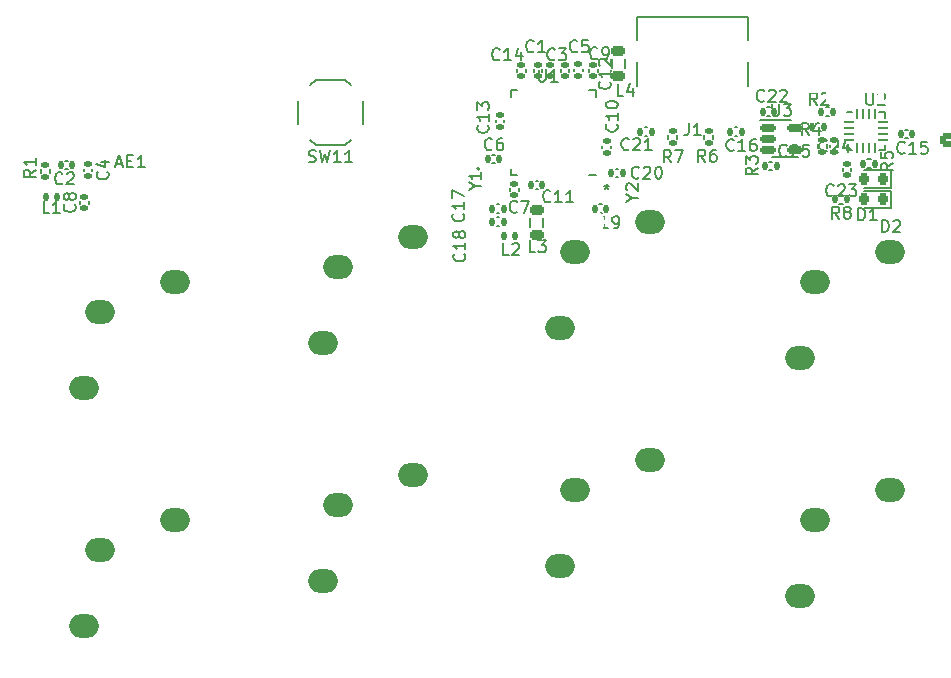
<source format=gto>
G04 #@! TF.GenerationSoftware,KiCad,Pcbnew,6.0.7-1.fc36*
G04 #@! TF.CreationDate,2022-10-12T21:36:36-05:00*
G04 #@! TF.ProjectId,ardux_mini,61726475-785f-46d6-996e-692e6b696361,rev?*
G04 #@! TF.SameCoordinates,Original*
G04 #@! TF.FileFunction,Legend,Top*
G04 #@! TF.FilePolarity,Positive*
%FSLAX46Y46*%
G04 Gerber Fmt 4.6, Leading zero omitted, Abs format (unit mm)*
G04 Created by KiCad (PCBNEW 6.0.7-1.fc36) date 2022-10-12 21:36:36*
%MOMM*%
%LPD*%
G01*
G04 APERTURE LIST*
G04 Aperture macros list*
%AMRoundRect*
0 Rectangle with rounded corners*
0 $1 Rounding radius*
0 $2 $3 $4 $5 $6 $7 $8 $9 X,Y pos of 4 corners*
0 Add a 4 corners polygon primitive as box body*
4,1,4,$2,$3,$4,$5,$6,$7,$8,$9,$2,$3,0*
0 Add four circle primitives for the rounded corners*
1,1,$1+$1,$2,$3*
1,1,$1+$1,$4,$5*
1,1,$1+$1,$6,$7*
1,1,$1+$1,$8,$9*
0 Add four rect primitives between the rounded corners*
20,1,$1+$1,$2,$3,$4,$5,0*
20,1,$1+$1,$4,$5,$6,$7,0*
20,1,$1+$1,$6,$7,$8,$9,0*
20,1,$1+$1,$8,$9,$2,$3,0*%
G04 Aperture macros list end*
%ADD10C,0.152400*%
%ADD11O,2.500000X2.000000*%
%ADD12RoundRect,0.250000X0.625000X-0.350000X0.625000X0.350000X-0.625000X0.350000X-0.625000X-0.350000X0*%
%ADD13O,1.750000X1.200000*%
%ADD14RoundRect,0.135000X0.135000X0.185000X-0.135000X0.185000X-0.135000X-0.185000X0.135000X-0.185000X0*%
%ADD15RoundRect,0.218750X0.218750X0.256250X-0.218750X0.256250X-0.218750X-0.256250X0.218750X-0.256250X0*%
%ADD16C,4.000000*%
%ADD17C,2.100000*%
%ADD18C,1.900000*%
%ADD19RoundRect,0.140000X0.170000X-0.140000X0.170000X0.140000X-0.170000X0.140000X-0.170000X-0.140000X0*%
%ADD20RoundRect,0.140000X-0.140000X-0.170000X0.140000X-0.170000X0.140000X0.170000X-0.140000X0.170000X0*%
%ADD21RoundRect,0.140000X0.140000X0.170000X-0.140000X0.170000X-0.140000X-0.170000X0.140000X-0.170000X0*%
%ADD22RoundRect,0.218750X0.381250X-0.218750X0.381250X0.218750X-0.381250X0.218750X-0.381250X-0.218750X0*%
%ADD23RoundRect,0.062500X-0.375000X-0.062500X0.375000X-0.062500X0.375000X0.062500X-0.375000X0.062500X0*%
%ADD24RoundRect,0.062500X-0.062500X-0.375000X0.062500X-0.375000X0.062500X0.375000X-0.062500X0.375000X0*%
%ADD25R,1.600000X1.600000*%
%ADD26R,1.700000X1.000000*%
%ADD27RoundRect,0.135000X-0.185000X0.135000X-0.185000X-0.135000X0.185000X-0.135000X0.185000X0.135000X0*%
%ADD28C,0.250000*%
%ADD29R,4.850000X4.850000*%
%ADD30R,1.066800X1.397000*%
%ADD31R,0.600000X1.000000*%
%ADD32C,0.700000*%
%ADD33R,1.100000X0.600000*%
%ADD34R,1.000000X0.600000*%
%ADD35O,1.000000X1.600000*%
%ADD36O,1.000000X2.100000*%
%ADD37R,0.600000X1.450000*%
%ADD38R,0.300000X1.450000*%
%ADD39C,0.650000*%
%ADD40RoundRect,0.147500X-0.147500X-0.172500X0.147500X-0.172500X0.147500X0.172500X-0.147500X0.172500X0*%
%ADD41RoundRect,0.140000X-0.170000X0.140000X-0.170000X-0.140000X0.170000X-0.140000X0.170000X0.140000X0*%
%ADD42RoundRect,0.135000X0.185000X-0.135000X0.185000X0.135000X-0.185000X0.135000X-0.185000X-0.135000X0*%
%ADD43RoundRect,0.150000X-0.512500X-0.150000X0.512500X-0.150000X0.512500X0.150000X-0.512500X0.150000X0*%
%ADD44R,0.700000X0.750000*%
%ADD45C,0.500000*%
G04 APERTURE END LIST*
D10*
X86004666Y-28554619D02*
X85666000Y-28070809D01*
X85424095Y-28554619D02*
X85424095Y-27538619D01*
X85811142Y-27538619D01*
X85907904Y-27587000D01*
X85956285Y-27635380D01*
X86004666Y-27732142D01*
X86004666Y-27877285D01*
X85956285Y-27974047D01*
X85907904Y-28022428D01*
X85811142Y-28070809D01*
X85424095Y-28070809D01*
X86585238Y-27974047D02*
X86488476Y-27925666D01*
X86440095Y-27877285D01*
X86391714Y-27780523D01*
X86391714Y-27732142D01*
X86440095Y-27635380D01*
X86488476Y-27587000D01*
X86585238Y-27538619D01*
X86778761Y-27538619D01*
X86875523Y-27587000D01*
X86923904Y-27635380D01*
X86972285Y-27732142D01*
X86972285Y-27780523D01*
X86923904Y-27877285D01*
X86875523Y-27925666D01*
X86778761Y-27974047D01*
X86585238Y-27974047D01*
X86488476Y-28022428D01*
X86440095Y-28070809D01*
X86391714Y-28167571D01*
X86391714Y-28361095D01*
X86440095Y-28457857D01*
X86488476Y-28506238D01*
X86585238Y-28554619D01*
X86778761Y-28554619D01*
X86875523Y-28506238D01*
X86923904Y-28457857D01*
X86972285Y-28361095D01*
X86972285Y-28167571D01*
X86923904Y-28070809D01*
X86875523Y-28022428D01*
X86778761Y-27974047D01*
X89624095Y-29684619D02*
X89624095Y-28668619D01*
X89866000Y-28668619D01*
X90011142Y-28717000D01*
X90107904Y-28813761D01*
X90156285Y-28910523D01*
X90204666Y-29104047D01*
X90204666Y-29249190D01*
X90156285Y-29442714D01*
X90107904Y-29539476D01*
X90011142Y-29636238D01*
X89866000Y-29684619D01*
X89624095Y-29684619D01*
X90591714Y-28765380D02*
X90640095Y-28717000D01*
X90736857Y-28668619D01*
X90978761Y-28668619D01*
X91075523Y-28717000D01*
X91123904Y-28765380D01*
X91172285Y-28862142D01*
X91172285Y-28958904D01*
X91123904Y-29104047D01*
X90543333Y-29684619D01*
X91172285Y-29684619D01*
X84151666Y-18926619D02*
X83813000Y-18442809D01*
X83571095Y-18926619D02*
X83571095Y-17910619D01*
X83958142Y-17910619D01*
X84054904Y-17959000D01*
X84103285Y-18007380D01*
X84151666Y-18104142D01*
X84151666Y-18249285D01*
X84103285Y-18346047D01*
X84054904Y-18394428D01*
X83958142Y-18442809D01*
X83571095Y-18442809D01*
X84538714Y-18007380D02*
X84587095Y-17959000D01*
X84683857Y-17910619D01*
X84925761Y-17910619D01*
X85022523Y-17959000D01*
X85070904Y-18007380D01*
X85119285Y-18104142D01*
X85119285Y-18200904D01*
X85070904Y-18346047D01*
X84490333Y-18926619D01*
X85119285Y-18926619D01*
X57246857Y-15062857D02*
X57198476Y-15111238D01*
X57053333Y-15159619D01*
X56956571Y-15159619D01*
X56811428Y-15111238D01*
X56714666Y-15014476D01*
X56666285Y-14917714D01*
X56617904Y-14724190D01*
X56617904Y-14579047D01*
X56666285Y-14385523D01*
X56714666Y-14288761D01*
X56811428Y-14192000D01*
X56956571Y-14143619D01*
X57053333Y-14143619D01*
X57198476Y-14192000D01*
X57246857Y-14240380D01*
X58214476Y-15159619D02*
X57633904Y-15159619D01*
X57924190Y-15159619D02*
X57924190Y-14143619D01*
X57827428Y-14288761D01*
X57730666Y-14385523D01*
X57633904Y-14433904D01*
X59085333Y-14482285D02*
X59085333Y-15159619D01*
X58843428Y-14095238D02*
X58601523Y-14820952D01*
X59230476Y-14820952D01*
X69046857Y-25062857D02*
X68998476Y-25111238D01*
X68853333Y-25159619D01*
X68756571Y-25159619D01*
X68611428Y-25111238D01*
X68514666Y-25014476D01*
X68466285Y-24917714D01*
X68417904Y-24724190D01*
X68417904Y-24579047D01*
X68466285Y-24385523D01*
X68514666Y-24288761D01*
X68611428Y-24192000D01*
X68756571Y-24143619D01*
X68853333Y-24143619D01*
X68998476Y-24192000D01*
X69046857Y-24240380D01*
X69433904Y-24240380D02*
X69482285Y-24192000D01*
X69579047Y-24143619D01*
X69820952Y-24143619D01*
X69917714Y-24192000D01*
X69966095Y-24240380D01*
X70014476Y-24337142D01*
X70014476Y-24433904D01*
X69966095Y-24579047D01*
X69385523Y-25159619D01*
X70014476Y-25159619D01*
X70643428Y-24143619D02*
X70740190Y-24143619D01*
X70836952Y-24192000D01*
X70885333Y-24240380D01*
X70933714Y-24337142D01*
X70982095Y-24530666D01*
X70982095Y-24772571D01*
X70933714Y-24966095D01*
X70885333Y-25062857D01*
X70836952Y-25111238D01*
X70740190Y-25159619D01*
X70643428Y-25159619D01*
X70546666Y-25111238D01*
X70498285Y-25062857D01*
X70449904Y-24966095D01*
X70401523Y-24772571D01*
X70401523Y-24530666D01*
X70449904Y-24337142D01*
X70498285Y-24240380D01*
X70546666Y-24192000D01*
X70643428Y-24143619D01*
X79646857Y-18562857D02*
X79598476Y-18611238D01*
X79453333Y-18659619D01*
X79356571Y-18659619D01*
X79211428Y-18611238D01*
X79114666Y-18514476D01*
X79066285Y-18417714D01*
X79017904Y-18224190D01*
X79017904Y-18079047D01*
X79066285Y-17885523D01*
X79114666Y-17788761D01*
X79211428Y-17692000D01*
X79356571Y-17643619D01*
X79453333Y-17643619D01*
X79598476Y-17692000D01*
X79646857Y-17740380D01*
X80033904Y-17740380D02*
X80082285Y-17692000D01*
X80179047Y-17643619D01*
X80420952Y-17643619D01*
X80517714Y-17692000D01*
X80566095Y-17740380D01*
X80614476Y-17837142D01*
X80614476Y-17933904D01*
X80566095Y-18079047D01*
X79985523Y-18659619D01*
X80614476Y-18659619D01*
X81001523Y-17740380D02*
X81049904Y-17692000D01*
X81146666Y-17643619D01*
X81388571Y-17643619D01*
X81485333Y-17692000D01*
X81533714Y-17740380D01*
X81582095Y-17837142D01*
X81582095Y-17933904D01*
X81533714Y-18079047D01*
X80953142Y-18659619D01*
X81582095Y-18659619D01*
X67730666Y-18159619D02*
X67246857Y-18159619D01*
X67246857Y-17143619D01*
X68504761Y-17482285D02*
X68504761Y-18159619D01*
X68262857Y-17095238D02*
X68020952Y-17820952D01*
X68649904Y-17820952D01*
X88299904Y-17918619D02*
X88299904Y-18741095D01*
X88348285Y-18837857D01*
X88396666Y-18886238D01*
X88493428Y-18934619D01*
X88686952Y-18934619D01*
X88783714Y-18886238D01*
X88832095Y-18837857D01*
X88880476Y-18741095D01*
X88880476Y-17918619D01*
X89315904Y-18015380D02*
X89364285Y-17967000D01*
X89461047Y-17918619D01*
X89702952Y-17918619D01*
X89799714Y-17967000D01*
X89848095Y-18015380D01*
X89896476Y-18112142D01*
X89896476Y-18208904D01*
X89848095Y-18354047D01*
X89267523Y-18934619D01*
X89896476Y-18934619D01*
X90541619Y-23841333D02*
X90057809Y-24180000D01*
X90541619Y-24421904D02*
X89525619Y-24421904D01*
X89525619Y-24034857D01*
X89574000Y-23938095D01*
X89622380Y-23889714D01*
X89719142Y-23841333D01*
X89864285Y-23841333D01*
X89961047Y-23889714D01*
X90009428Y-23938095D01*
X90057809Y-24034857D01*
X90057809Y-24421904D01*
X89525619Y-22922095D02*
X89525619Y-23405904D01*
X90009428Y-23454285D01*
X89961047Y-23405904D01*
X89912666Y-23309142D01*
X89912666Y-23067238D01*
X89961047Y-22970476D01*
X90009428Y-22922095D01*
X90106190Y-22873714D01*
X90348095Y-22873714D01*
X90444857Y-22922095D01*
X90493238Y-22970476D01*
X90541619Y-23067238D01*
X90541619Y-23309142D01*
X90493238Y-23405904D01*
X90444857Y-23454285D01*
X41087523Y-23719238D02*
X41232666Y-23767619D01*
X41474571Y-23767619D01*
X41571333Y-23719238D01*
X41619714Y-23670857D01*
X41668095Y-23574095D01*
X41668095Y-23477333D01*
X41619714Y-23380571D01*
X41571333Y-23332190D01*
X41474571Y-23283809D01*
X41281047Y-23235428D01*
X41184285Y-23187047D01*
X41135904Y-23138666D01*
X41087523Y-23041904D01*
X41087523Y-22945142D01*
X41135904Y-22848380D01*
X41184285Y-22800000D01*
X41281047Y-22751619D01*
X41522952Y-22751619D01*
X41668095Y-22800000D01*
X42006761Y-22751619D02*
X42248666Y-23767619D01*
X42442190Y-23041904D01*
X42635714Y-23767619D01*
X42877619Y-22751619D01*
X43796857Y-23767619D02*
X43216285Y-23767619D01*
X43506571Y-23767619D02*
X43506571Y-22751619D01*
X43409809Y-22896761D01*
X43313047Y-22993523D01*
X43216285Y-23041904D01*
X44764476Y-23767619D02*
X44183904Y-23767619D01*
X44474190Y-23767619D02*
X44474190Y-22751619D01*
X44377428Y-22896761D01*
X44280666Y-22993523D01*
X44183904Y-23041904D01*
X17959619Y-24419333D02*
X17475809Y-24758000D01*
X17959619Y-24999904D02*
X16943619Y-24999904D01*
X16943619Y-24612857D01*
X16992000Y-24516095D01*
X17040380Y-24467714D01*
X17137142Y-24419333D01*
X17282285Y-24419333D01*
X17379047Y-24467714D01*
X17427428Y-24516095D01*
X17475809Y-24612857D01*
X17475809Y-24999904D01*
X17959619Y-23451714D02*
X17959619Y-24032285D01*
X17959619Y-23742000D02*
X16943619Y-23742000D01*
X17088761Y-23838761D01*
X17185523Y-23935523D01*
X17233904Y-24032285D01*
X63830666Y-14362857D02*
X63782285Y-14411238D01*
X63637142Y-14459619D01*
X63540380Y-14459619D01*
X63395238Y-14411238D01*
X63298476Y-14314476D01*
X63250095Y-14217714D01*
X63201714Y-14024190D01*
X63201714Y-13879047D01*
X63250095Y-13685523D01*
X63298476Y-13588761D01*
X63395238Y-13492000D01*
X63540380Y-13443619D01*
X63637142Y-13443619D01*
X63782285Y-13492000D01*
X63830666Y-13540380D01*
X64749904Y-13443619D02*
X64266095Y-13443619D01*
X64217714Y-13927428D01*
X64266095Y-13879047D01*
X64362857Y-13830666D01*
X64604761Y-13830666D01*
X64701523Y-13879047D01*
X64749904Y-13927428D01*
X64798285Y-14024190D01*
X64798285Y-14266095D01*
X64749904Y-14362857D01*
X64701523Y-14411238D01*
X64604761Y-14459619D01*
X64362857Y-14459619D01*
X64266095Y-14411238D01*
X64217714Y-14362857D01*
X79085619Y-24233333D02*
X78601809Y-24572000D01*
X79085619Y-24813904D02*
X78069619Y-24813904D01*
X78069619Y-24426857D01*
X78118000Y-24330095D01*
X78166380Y-24281714D01*
X78263142Y-24233333D01*
X78408285Y-24233333D01*
X78505047Y-24281714D01*
X78553428Y-24330095D01*
X78601809Y-24426857D01*
X78601809Y-24813904D01*
X78069619Y-23894666D02*
X78069619Y-23265714D01*
X78456666Y-23604380D01*
X78456666Y-23459238D01*
X78505047Y-23362476D01*
X78553428Y-23314095D01*
X78650190Y-23265714D01*
X78892095Y-23265714D01*
X78988857Y-23314095D01*
X79037238Y-23362476D01*
X79085619Y-23459238D01*
X79085619Y-23749523D01*
X79037238Y-23846285D01*
X78988857Y-23894666D01*
X60130666Y-14362857D02*
X60082285Y-14411238D01*
X59937142Y-14459619D01*
X59840380Y-14459619D01*
X59695238Y-14411238D01*
X59598476Y-14314476D01*
X59550095Y-14217714D01*
X59501714Y-14024190D01*
X59501714Y-13879047D01*
X59550095Y-13685523D01*
X59598476Y-13588761D01*
X59695238Y-13492000D01*
X59840380Y-13443619D01*
X59937142Y-13443619D01*
X60082285Y-13492000D01*
X60130666Y-13540380D01*
X61098285Y-14459619D02*
X60517714Y-14459619D01*
X60808000Y-14459619D02*
X60808000Y-13443619D01*
X60711238Y-13588761D01*
X60614476Y-13685523D01*
X60517714Y-13733904D01*
X60280666Y-31409619D02*
X59796857Y-31409619D01*
X59796857Y-30393619D01*
X60522571Y-30393619D02*
X61151523Y-30393619D01*
X60812857Y-30780666D01*
X60958000Y-30780666D01*
X61054761Y-30829047D01*
X61103142Y-30877428D01*
X61151523Y-30974190D01*
X61151523Y-31216095D01*
X61103142Y-31312857D01*
X61054761Y-31361238D01*
X60958000Y-31409619D01*
X60667714Y-31409619D01*
X60570952Y-31361238D01*
X60522571Y-31312857D01*
X60558904Y-15935619D02*
X60558904Y-16758095D01*
X60607285Y-16854857D01*
X60655666Y-16903238D01*
X60752428Y-16951619D01*
X60945952Y-16951619D01*
X61042714Y-16903238D01*
X61091095Y-16854857D01*
X61139476Y-16758095D01*
X61139476Y-15935619D01*
X62155476Y-16951619D02*
X61574904Y-16951619D01*
X61865190Y-16951619D02*
X61865190Y-15935619D01*
X61768428Y-16080761D01*
X61671666Y-16177523D01*
X61574904Y-16225904D01*
X20230666Y-25562857D02*
X20182285Y-25611238D01*
X20037142Y-25659619D01*
X19940380Y-25659619D01*
X19795238Y-25611238D01*
X19698476Y-25514476D01*
X19650095Y-25417714D01*
X19601714Y-25224190D01*
X19601714Y-25079047D01*
X19650095Y-24885523D01*
X19698476Y-24788761D01*
X19795238Y-24692000D01*
X19940380Y-24643619D01*
X20037142Y-24643619D01*
X20182285Y-24692000D01*
X20230666Y-24740380D01*
X20617714Y-24740380D02*
X20666095Y-24692000D01*
X20762857Y-24643619D01*
X21004761Y-24643619D01*
X21101523Y-24692000D01*
X21149904Y-24740380D01*
X21198285Y-24837142D01*
X21198285Y-24933904D01*
X21149904Y-25079047D01*
X20569333Y-25659619D01*
X21198285Y-25659619D01*
X87624095Y-28684619D02*
X87624095Y-27668619D01*
X87866000Y-27668619D01*
X88011142Y-27717000D01*
X88107904Y-27813761D01*
X88156285Y-27910523D01*
X88204666Y-28104047D01*
X88204666Y-28249190D01*
X88156285Y-28442714D01*
X88107904Y-28539476D01*
X88011142Y-28636238D01*
X87866000Y-28684619D01*
X87624095Y-28684619D01*
X89172285Y-28684619D02*
X88591714Y-28684619D01*
X88882000Y-28684619D02*
X88882000Y-27668619D01*
X88785238Y-27813761D01*
X88688476Y-27910523D01*
X88591714Y-27958904D01*
X54162857Y-28153142D02*
X54211238Y-28201523D01*
X54259619Y-28346666D01*
X54259619Y-28443428D01*
X54211238Y-28588571D01*
X54114476Y-28685333D01*
X54017714Y-28733714D01*
X53824190Y-28782095D01*
X53679047Y-28782095D01*
X53485523Y-28733714D01*
X53388761Y-28685333D01*
X53292000Y-28588571D01*
X53243619Y-28443428D01*
X53243619Y-28346666D01*
X53292000Y-28201523D01*
X53340380Y-28153142D01*
X54259619Y-27185523D02*
X54259619Y-27766095D01*
X54259619Y-27475809D02*
X53243619Y-27475809D01*
X53388761Y-27572571D01*
X53485523Y-27669333D01*
X53533904Y-27766095D01*
X53243619Y-26846857D02*
X53243619Y-26169523D01*
X54259619Y-26604952D01*
X91546857Y-22962857D02*
X91498476Y-23011238D01*
X91353333Y-23059619D01*
X91256571Y-23059619D01*
X91111428Y-23011238D01*
X91014666Y-22914476D01*
X90966285Y-22817714D01*
X90917904Y-22624190D01*
X90917904Y-22479047D01*
X90966285Y-22285523D01*
X91014666Y-22188761D01*
X91111428Y-22092000D01*
X91256571Y-22043619D01*
X91353333Y-22043619D01*
X91498476Y-22092000D01*
X91546857Y-22140380D01*
X92514476Y-23059619D02*
X91933904Y-23059619D01*
X92224190Y-23059619D02*
X92224190Y-22043619D01*
X92127428Y-22188761D01*
X92030666Y-22285523D01*
X91933904Y-22333904D01*
X93433714Y-22043619D02*
X92949904Y-22043619D01*
X92901523Y-22527428D01*
X92949904Y-22479047D01*
X93046666Y-22430666D01*
X93288571Y-22430666D01*
X93385333Y-22479047D01*
X93433714Y-22527428D01*
X93482095Y-22624190D01*
X93482095Y-22866095D01*
X93433714Y-22962857D01*
X93385333Y-23011238D01*
X93288571Y-23059619D01*
X93046666Y-23059619D01*
X92949904Y-23011238D01*
X92901523Y-22962857D01*
X65530666Y-14962857D02*
X65482285Y-15011238D01*
X65337142Y-15059619D01*
X65240380Y-15059619D01*
X65095238Y-15011238D01*
X64998476Y-14914476D01*
X64950095Y-14817714D01*
X64901714Y-14624190D01*
X64901714Y-14479047D01*
X64950095Y-14285523D01*
X64998476Y-14188761D01*
X65095238Y-14092000D01*
X65240380Y-14043619D01*
X65337142Y-14043619D01*
X65482285Y-14092000D01*
X65530666Y-14140380D01*
X66014476Y-15059619D02*
X66208000Y-15059619D01*
X66304761Y-15011238D01*
X66353142Y-14962857D01*
X66449904Y-14817714D01*
X66498285Y-14624190D01*
X66498285Y-14237142D01*
X66449904Y-14140380D01*
X66401523Y-14092000D01*
X66304761Y-14043619D01*
X66111238Y-14043619D01*
X66014476Y-14092000D01*
X65966095Y-14140380D01*
X65917714Y-14237142D01*
X65917714Y-14479047D01*
X65966095Y-14575809D01*
X66014476Y-14624190D01*
X66111238Y-14672571D01*
X66304761Y-14672571D01*
X66401523Y-14624190D01*
X66449904Y-14575809D01*
X66498285Y-14479047D01*
X71751666Y-23799668D02*
X71413000Y-23315858D01*
X71171095Y-23799668D02*
X71171095Y-22783668D01*
X71558142Y-22783668D01*
X71654904Y-22832049D01*
X71703285Y-22880429D01*
X71751666Y-22977191D01*
X71751666Y-23122334D01*
X71703285Y-23219096D01*
X71654904Y-23267477D01*
X71558142Y-23315858D01*
X71171095Y-23315858D01*
X72090333Y-22783668D02*
X72767666Y-22783668D01*
X72332238Y-23799668D01*
X68486009Y-26783809D02*
X68969819Y-26783809D01*
X67953819Y-27122476D02*
X68486009Y-26783809D01*
X67953819Y-26445142D01*
X68050580Y-26154857D02*
X68002200Y-26106476D01*
X67953819Y-26009714D01*
X67953819Y-25767809D01*
X68002200Y-25671047D01*
X68050580Y-25622666D01*
X68147342Y-25574285D01*
X68244104Y-25574285D01*
X68389247Y-25622666D01*
X68969819Y-26203238D01*
X68969819Y-25574285D01*
X66300000Y-25643619D02*
X66300000Y-25885523D01*
X66058095Y-25788761D02*
X66300000Y-25885523D01*
X66541904Y-25788761D01*
X66154857Y-26079047D02*
X66300000Y-25885523D01*
X66445142Y-26079047D01*
X77084610Y-22737857D02*
X77036229Y-22786238D01*
X76891086Y-22834619D01*
X76794324Y-22834619D01*
X76649181Y-22786238D01*
X76552419Y-22689476D01*
X76504038Y-22592714D01*
X76455657Y-22399190D01*
X76455657Y-22254047D01*
X76504038Y-22060523D01*
X76552419Y-21963761D01*
X76649181Y-21867000D01*
X76794324Y-21818619D01*
X76891086Y-21818619D01*
X77036229Y-21867000D01*
X77084610Y-21915380D01*
X78052229Y-22834619D02*
X77471657Y-22834619D01*
X77761943Y-22834619D02*
X77761943Y-21818619D01*
X77665181Y-21963761D01*
X77568419Y-22060523D01*
X77471657Y-22108904D01*
X78923086Y-21818619D02*
X78729562Y-21818619D01*
X78632800Y-21867000D01*
X78584419Y-21915380D01*
X78487657Y-22060523D01*
X78439276Y-22254047D01*
X78439276Y-22641095D01*
X78487657Y-22737857D01*
X78536038Y-22786238D01*
X78632800Y-22834619D01*
X78826324Y-22834619D01*
X78923086Y-22786238D01*
X78971467Y-22737857D01*
X79019848Y-22641095D01*
X79019848Y-22399190D01*
X78971467Y-22302428D01*
X78923086Y-22254047D01*
X78826324Y-22205666D01*
X78632800Y-22205666D01*
X78536038Y-22254047D01*
X78487657Y-22302428D01*
X78439276Y-22399190D01*
X58730666Y-27962857D02*
X58682285Y-28011238D01*
X58537142Y-28059619D01*
X58440380Y-28059619D01*
X58295238Y-28011238D01*
X58198476Y-27914476D01*
X58150095Y-27817714D01*
X58101714Y-27624190D01*
X58101714Y-27479047D01*
X58150095Y-27285523D01*
X58198476Y-27188761D01*
X58295238Y-27092000D01*
X58440380Y-27043619D01*
X58537142Y-27043619D01*
X58682285Y-27092000D01*
X58730666Y-27140380D01*
X59069333Y-27043619D02*
X59746666Y-27043619D01*
X59311238Y-28059619D01*
X73263625Y-20480489D02*
X73263625Y-21206203D01*
X73215244Y-21351346D01*
X73118482Y-21448108D01*
X72973339Y-21496489D01*
X72876577Y-21496489D01*
X74279625Y-21496489D02*
X73699053Y-21496489D01*
X73989339Y-21496489D02*
X73989339Y-20480489D01*
X73892577Y-20625631D01*
X73795815Y-20722393D01*
X73699053Y-20770774D01*
X61930666Y-15062857D02*
X61882285Y-15111238D01*
X61737142Y-15159619D01*
X61640380Y-15159619D01*
X61495238Y-15111238D01*
X61398476Y-15014476D01*
X61350095Y-14917714D01*
X61301714Y-14724190D01*
X61301714Y-14579047D01*
X61350095Y-14385523D01*
X61398476Y-14288761D01*
X61495238Y-14192000D01*
X61640380Y-14143619D01*
X61737142Y-14143619D01*
X61882285Y-14192000D01*
X61930666Y-14240380D01*
X62269333Y-14143619D02*
X62898285Y-14143619D01*
X62559619Y-14530666D01*
X62704761Y-14530666D01*
X62801523Y-14579047D01*
X62849904Y-14627428D01*
X62898285Y-14724190D01*
X62898285Y-14966095D01*
X62849904Y-15062857D01*
X62801523Y-15111238D01*
X62704761Y-15159619D01*
X62414476Y-15159619D01*
X62317714Y-15111238D01*
X62269333Y-15062857D01*
X56602666Y-22662857D02*
X56554285Y-22711238D01*
X56409142Y-22759619D01*
X56312380Y-22759619D01*
X56167238Y-22711238D01*
X56070476Y-22614476D01*
X56022095Y-22517714D01*
X55973714Y-22324190D01*
X55973714Y-22179047D01*
X56022095Y-21985523D01*
X56070476Y-21888761D01*
X56167238Y-21792000D01*
X56312380Y-21743619D01*
X56409142Y-21743619D01*
X56554285Y-21792000D01*
X56602666Y-21840380D01*
X57473523Y-21743619D02*
X57280000Y-21743619D01*
X57183238Y-21792000D01*
X57134857Y-21840380D01*
X57038095Y-21985523D01*
X56989714Y-22179047D01*
X56989714Y-22566095D01*
X57038095Y-22662857D01*
X57086476Y-22711238D01*
X57183238Y-22759619D01*
X57376761Y-22759619D01*
X57473523Y-22711238D01*
X57521904Y-22662857D01*
X57570285Y-22566095D01*
X57570285Y-22324190D01*
X57521904Y-22227428D01*
X57473523Y-22179047D01*
X57376761Y-22130666D01*
X57183238Y-22130666D01*
X57086476Y-22179047D01*
X57038095Y-22227428D01*
X56989714Y-22324190D01*
X61546857Y-27062857D02*
X61498476Y-27111238D01*
X61353333Y-27159619D01*
X61256571Y-27159619D01*
X61111428Y-27111238D01*
X61014666Y-27014476D01*
X60966285Y-26917714D01*
X60917904Y-26724190D01*
X60917904Y-26579047D01*
X60966285Y-26385523D01*
X61014666Y-26288761D01*
X61111428Y-26192000D01*
X61256571Y-26143619D01*
X61353333Y-26143619D01*
X61498476Y-26192000D01*
X61546857Y-26240380D01*
X62514476Y-27159619D02*
X61933904Y-27159619D01*
X62224190Y-27159619D02*
X62224190Y-26143619D01*
X62127428Y-26288761D01*
X62030666Y-26385523D01*
X61933904Y-26433904D01*
X63482095Y-27159619D02*
X62901523Y-27159619D01*
X63191809Y-27159619D02*
X63191809Y-26143619D01*
X63095047Y-26288761D01*
X62998285Y-26385523D01*
X62901523Y-26433904D01*
X81546857Y-23207857D02*
X81498476Y-23256238D01*
X81353333Y-23304619D01*
X81256571Y-23304619D01*
X81111428Y-23256238D01*
X81014666Y-23159476D01*
X80966285Y-23062714D01*
X80917904Y-22869190D01*
X80917904Y-22724047D01*
X80966285Y-22530523D01*
X81014666Y-22433761D01*
X81111428Y-22337000D01*
X81256571Y-22288619D01*
X81353333Y-22288619D01*
X81498476Y-22337000D01*
X81546857Y-22385380D01*
X81933904Y-22385380D02*
X81982285Y-22337000D01*
X82079047Y-22288619D01*
X82320952Y-22288619D01*
X82417714Y-22337000D01*
X82466095Y-22385380D01*
X82514476Y-22482142D01*
X82514476Y-22578904D01*
X82466095Y-22724047D01*
X81885523Y-23304619D01*
X82514476Y-23304619D01*
X83433714Y-22288619D02*
X82949904Y-22288619D01*
X82901523Y-22772428D01*
X82949904Y-22724047D01*
X83046666Y-22675666D01*
X83288571Y-22675666D01*
X83385333Y-22724047D01*
X83433714Y-22772428D01*
X83482095Y-22869190D01*
X83482095Y-23111095D01*
X83433714Y-23207857D01*
X83385333Y-23256238D01*
X83288571Y-23304619D01*
X83046666Y-23304619D01*
X82949904Y-23256238D01*
X82901523Y-23207857D01*
X66562857Y-16953142D02*
X66611238Y-17001523D01*
X66659619Y-17146666D01*
X66659619Y-17243428D01*
X66611238Y-17388571D01*
X66514476Y-17485333D01*
X66417714Y-17533714D01*
X66224190Y-17582095D01*
X66079047Y-17582095D01*
X65885523Y-17533714D01*
X65788761Y-17485333D01*
X65692000Y-17388571D01*
X65643619Y-17243428D01*
X65643619Y-17146666D01*
X65692000Y-17001523D01*
X65740380Y-16953142D01*
X66659619Y-15985523D02*
X66659619Y-16566095D01*
X66659619Y-16275809D02*
X65643619Y-16275809D01*
X65788761Y-16372571D01*
X65885523Y-16469333D01*
X65933904Y-16566095D01*
X65740380Y-15598476D02*
X65692000Y-15550095D01*
X65643619Y-15453333D01*
X65643619Y-15211428D01*
X65692000Y-15114666D01*
X65740380Y-15066285D01*
X65837142Y-15017904D01*
X65933904Y-15017904D01*
X66079047Y-15066285D01*
X66659619Y-15646857D01*
X66659619Y-15017904D01*
X58030666Y-31659619D02*
X57546857Y-31659619D01*
X57546857Y-30643619D01*
X58320952Y-30740380D02*
X58369333Y-30692000D01*
X58466095Y-30643619D01*
X58708000Y-30643619D01*
X58804761Y-30692000D01*
X58853142Y-30740380D01*
X58901523Y-30837142D01*
X58901523Y-30933904D01*
X58853142Y-31079047D01*
X58272571Y-31659619D01*
X58901523Y-31659619D01*
X21262857Y-27349333D02*
X21311238Y-27397714D01*
X21359619Y-27542857D01*
X21359619Y-27639619D01*
X21311238Y-27784761D01*
X21214476Y-27881523D01*
X21117714Y-27929904D01*
X20924190Y-27978285D01*
X20779047Y-27978285D01*
X20585523Y-27929904D01*
X20488761Y-27881523D01*
X20392000Y-27784761D01*
X20343619Y-27639619D01*
X20343619Y-27542857D01*
X20392000Y-27397714D01*
X20440380Y-27349333D01*
X20779047Y-26768761D02*
X20730666Y-26865523D01*
X20682285Y-26913904D01*
X20585523Y-26962285D01*
X20537142Y-26962285D01*
X20440380Y-26913904D01*
X20392000Y-26865523D01*
X20343619Y-26768761D01*
X20343619Y-26575238D01*
X20392000Y-26478476D01*
X20440380Y-26430095D01*
X20537142Y-26381714D01*
X20585523Y-26381714D01*
X20682285Y-26430095D01*
X20730666Y-26478476D01*
X20779047Y-26575238D01*
X20779047Y-26768761D01*
X20827428Y-26865523D01*
X20875809Y-26913904D01*
X20972571Y-26962285D01*
X21166095Y-26962285D01*
X21262857Y-26913904D01*
X21311238Y-26865523D01*
X21359619Y-26768761D01*
X21359619Y-26575238D01*
X21311238Y-26478476D01*
X21262857Y-26430095D01*
X21166095Y-26381714D01*
X20972571Y-26381714D01*
X20875809Y-26430095D01*
X20827428Y-26478476D01*
X20779047Y-26575238D01*
X65446857Y-29262857D02*
X65398476Y-29311238D01*
X65253333Y-29359619D01*
X65156571Y-29359619D01*
X65011428Y-29311238D01*
X64914666Y-29214476D01*
X64866285Y-29117714D01*
X64817904Y-28924190D01*
X64817904Y-28779047D01*
X64866285Y-28585523D01*
X64914666Y-28488761D01*
X65011428Y-28392000D01*
X65156571Y-28343619D01*
X65253333Y-28343619D01*
X65398476Y-28392000D01*
X65446857Y-28440380D01*
X66414476Y-29359619D02*
X65833904Y-29359619D01*
X66124190Y-29359619D02*
X66124190Y-28343619D01*
X66027428Y-28488761D01*
X65930666Y-28585523D01*
X65833904Y-28633904D01*
X66898285Y-29359619D02*
X67091809Y-29359619D01*
X67188571Y-29311238D01*
X67236952Y-29262857D01*
X67333714Y-29117714D01*
X67382095Y-28924190D01*
X67382095Y-28537142D01*
X67333714Y-28440380D01*
X67285333Y-28392000D01*
X67188571Y-28343619D01*
X66995047Y-28343619D01*
X66898285Y-28392000D01*
X66849904Y-28440380D01*
X66801523Y-28537142D01*
X66801523Y-28779047D01*
X66849904Y-28875809D01*
X66898285Y-28924190D01*
X66995047Y-28972571D01*
X67188571Y-28972571D01*
X67285333Y-28924190D01*
X67333714Y-28875809D01*
X67382095Y-28779047D01*
X24044839Y-24592249D02*
X24093220Y-24640630D01*
X24141601Y-24785773D01*
X24141601Y-24882535D01*
X24093220Y-25027677D01*
X23996458Y-25124439D01*
X23899696Y-25172820D01*
X23706172Y-25221201D01*
X23561029Y-25221201D01*
X23367505Y-25172820D01*
X23270743Y-25124439D01*
X23173982Y-25027677D01*
X23125601Y-24882535D01*
X23125601Y-24785773D01*
X23173982Y-24640630D01*
X23222362Y-24592249D01*
X23464267Y-23721392D02*
X24141601Y-23721392D01*
X23077220Y-23963296D02*
X23802934Y-24205201D01*
X23802934Y-23576249D01*
X85530857Y-26582857D02*
X85482476Y-26631238D01*
X85337333Y-26679619D01*
X85240571Y-26679619D01*
X85095428Y-26631238D01*
X84998666Y-26534476D01*
X84950285Y-26437714D01*
X84901904Y-26244190D01*
X84901904Y-26099047D01*
X84950285Y-25905523D01*
X84998666Y-25808761D01*
X85095428Y-25712000D01*
X85240571Y-25663619D01*
X85337333Y-25663619D01*
X85482476Y-25712000D01*
X85530857Y-25760380D01*
X85917904Y-25760380D02*
X85966285Y-25712000D01*
X86063047Y-25663619D01*
X86304952Y-25663619D01*
X86401714Y-25712000D01*
X86450095Y-25760380D01*
X86498476Y-25857142D01*
X86498476Y-25953904D01*
X86450095Y-26099047D01*
X85869523Y-26679619D01*
X86498476Y-26679619D01*
X86837142Y-25663619D02*
X87466095Y-25663619D01*
X87127428Y-26050666D01*
X87272571Y-26050666D01*
X87369333Y-26099047D01*
X87417714Y-26147428D01*
X87466095Y-26244190D01*
X87466095Y-26486095D01*
X87417714Y-26582857D01*
X87369333Y-26631238D01*
X87272571Y-26679619D01*
X86982285Y-26679619D01*
X86885523Y-26631238D01*
X86837142Y-26582857D01*
X68197610Y-22662857D02*
X68149229Y-22711238D01*
X68004086Y-22759619D01*
X67907324Y-22759619D01*
X67762181Y-22711238D01*
X67665419Y-22614476D01*
X67617038Y-22517714D01*
X67568657Y-22324190D01*
X67568657Y-22179047D01*
X67617038Y-21985523D01*
X67665419Y-21888761D01*
X67762181Y-21792000D01*
X67907324Y-21743619D01*
X68004086Y-21743619D01*
X68149229Y-21792000D01*
X68197610Y-21840380D01*
X68584657Y-21840380D02*
X68633038Y-21792000D01*
X68729800Y-21743619D01*
X68971705Y-21743619D01*
X69068467Y-21792000D01*
X69116848Y-21840380D01*
X69165229Y-21937142D01*
X69165229Y-22033904D01*
X69116848Y-22179047D01*
X68536276Y-22759619D01*
X69165229Y-22759619D01*
X70132848Y-22759619D02*
X69552276Y-22759619D01*
X69842562Y-22759619D02*
X69842562Y-21743619D01*
X69745800Y-21888761D01*
X69649038Y-21985523D01*
X69552276Y-22033904D01*
X83415666Y-21484619D02*
X83077000Y-21000809D01*
X82835095Y-21484619D02*
X82835095Y-20468619D01*
X83222142Y-20468619D01*
X83318904Y-20517000D01*
X83367285Y-20565380D01*
X83415666Y-20662142D01*
X83415666Y-20807285D01*
X83367285Y-20904047D01*
X83318904Y-20952428D01*
X83222142Y-21000809D01*
X82835095Y-21000809D01*
X84286523Y-20807285D02*
X84286523Y-21484619D01*
X84044619Y-20420238D02*
X83802714Y-21145952D01*
X84431666Y-21145952D01*
X80325904Y-18843619D02*
X80325904Y-19666095D01*
X80374285Y-19762857D01*
X80422666Y-19811238D01*
X80519428Y-19859619D01*
X80712952Y-19859619D01*
X80809714Y-19811238D01*
X80858095Y-19762857D01*
X80906476Y-19666095D01*
X80906476Y-18843619D01*
X81293523Y-18843619D02*
X81922476Y-18843619D01*
X81583809Y-19230666D01*
X81728952Y-19230666D01*
X81825714Y-19279047D01*
X81874095Y-19327428D01*
X81922476Y-19424190D01*
X81922476Y-19666095D01*
X81874095Y-19762857D01*
X81825714Y-19811238D01*
X81728952Y-19859619D01*
X81438666Y-19859619D01*
X81341904Y-19811238D01*
X81293523Y-19762857D01*
X84942857Y-22787857D02*
X84894476Y-22836238D01*
X84749333Y-22884619D01*
X84652571Y-22884619D01*
X84507428Y-22836238D01*
X84410666Y-22739476D01*
X84362285Y-22642714D01*
X84313904Y-22449190D01*
X84313904Y-22304047D01*
X84362285Y-22110523D01*
X84410666Y-22013761D01*
X84507428Y-21917000D01*
X84652571Y-21868619D01*
X84749333Y-21868619D01*
X84894476Y-21917000D01*
X84942857Y-21965380D01*
X85329904Y-21965380D02*
X85378285Y-21917000D01*
X85475047Y-21868619D01*
X85716952Y-21868619D01*
X85813714Y-21917000D01*
X85862095Y-21965380D01*
X85910476Y-22062142D01*
X85910476Y-22158904D01*
X85862095Y-22304047D01*
X85281523Y-22884619D01*
X85910476Y-22884619D01*
X86781333Y-22207285D02*
X86781333Y-22884619D01*
X86539428Y-21820238D02*
X86297523Y-22545952D01*
X86926476Y-22545952D01*
X67162857Y-20553142D02*
X67211238Y-20601523D01*
X67259619Y-20746666D01*
X67259619Y-20843428D01*
X67211238Y-20988571D01*
X67114476Y-21085333D01*
X67017714Y-21133714D01*
X66824190Y-21182095D01*
X66679047Y-21182095D01*
X66485523Y-21133714D01*
X66388761Y-21085333D01*
X66292000Y-20988571D01*
X66243619Y-20843428D01*
X66243619Y-20746666D01*
X66292000Y-20601523D01*
X66340380Y-20553142D01*
X67259619Y-19585523D02*
X67259619Y-20166095D01*
X67259619Y-19875809D02*
X66243619Y-19875809D01*
X66388761Y-19972571D01*
X66485523Y-20069333D01*
X66533904Y-20166095D01*
X66243619Y-18956571D02*
X66243619Y-18859809D01*
X66292000Y-18763047D01*
X66340380Y-18714666D01*
X66437142Y-18666285D01*
X66630666Y-18617904D01*
X66872571Y-18617904D01*
X67066095Y-18666285D01*
X67162857Y-18714666D01*
X67211238Y-18763047D01*
X67259619Y-18859809D01*
X67259619Y-18956571D01*
X67211238Y-19053333D01*
X67162857Y-19101714D01*
X67066095Y-19150095D01*
X66872571Y-19198476D01*
X66630666Y-19198476D01*
X66437142Y-19150095D01*
X66340380Y-19101714D01*
X66292000Y-19053333D01*
X66243619Y-18956571D01*
X55177809Y-25833809D02*
X55661619Y-25833809D01*
X54645619Y-26172476D02*
X55177809Y-25833809D01*
X54645619Y-25495142D01*
X55661619Y-24624285D02*
X55661619Y-25204857D01*
X55661619Y-24914571D02*
X54645619Y-24914571D01*
X54790761Y-25011333D01*
X54887523Y-25108095D01*
X54935904Y-25204857D01*
X19130666Y-28100825D02*
X18646857Y-28100825D01*
X18646857Y-27084825D01*
X20001523Y-28100825D02*
X19420952Y-28100825D01*
X19711238Y-28100825D02*
X19711238Y-27084825D01*
X19614476Y-27229967D01*
X19517714Y-27326729D01*
X19420952Y-27375110D01*
X54262857Y-31553142D02*
X54311238Y-31601523D01*
X54359619Y-31746666D01*
X54359619Y-31843428D01*
X54311238Y-31988571D01*
X54214476Y-32085333D01*
X54117714Y-32133714D01*
X53924190Y-32182095D01*
X53779047Y-32182095D01*
X53585523Y-32133714D01*
X53488761Y-32085333D01*
X53392000Y-31988571D01*
X53343619Y-31843428D01*
X53343619Y-31746666D01*
X53392000Y-31601523D01*
X53440380Y-31553142D01*
X54359619Y-30585523D02*
X54359619Y-31166095D01*
X54359619Y-30875809D02*
X53343619Y-30875809D01*
X53488761Y-30972571D01*
X53585523Y-31069333D01*
X53633904Y-31166095D01*
X53779047Y-30004952D02*
X53730666Y-30101714D01*
X53682285Y-30150095D01*
X53585523Y-30198476D01*
X53537142Y-30198476D01*
X53440380Y-30150095D01*
X53392000Y-30101714D01*
X53343619Y-30004952D01*
X53343619Y-29811428D01*
X53392000Y-29714666D01*
X53440380Y-29666285D01*
X53537142Y-29617904D01*
X53585523Y-29617904D01*
X53682285Y-29666285D01*
X53730666Y-29714666D01*
X53779047Y-29811428D01*
X53779047Y-30004952D01*
X53827428Y-30101714D01*
X53875809Y-30150095D01*
X53972571Y-30198476D01*
X54166095Y-30198476D01*
X54262857Y-30150095D01*
X54311238Y-30101714D01*
X54359619Y-30004952D01*
X54359619Y-29811428D01*
X54311238Y-29714666D01*
X54262857Y-29666285D01*
X54166095Y-29617904D01*
X53972571Y-29617904D01*
X53875809Y-29666285D01*
X53827428Y-29714666D01*
X53779047Y-29811428D01*
X74668419Y-23734619D02*
X74329753Y-23250809D01*
X74087848Y-23734619D02*
X74087848Y-22718619D01*
X74474895Y-22718619D01*
X74571657Y-22767000D01*
X74620038Y-22815380D01*
X74668419Y-22912142D01*
X74668419Y-23057285D01*
X74620038Y-23154047D01*
X74571657Y-23202428D01*
X74474895Y-23250809D01*
X74087848Y-23250809D01*
X75539276Y-22718619D02*
X75345753Y-22718619D01*
X75248991Y-22767000D01*
X75200610Y-22815380D01*
X75103848Y-22960523D01*
X75055467Y-23154047D01*
X75055467Y-23541095D01*
X75103848Y-23637857D01*
X75152229Y-23686238D01*
X75248991Y-23734619D01*
X75442514Y-23734619D01*
X75539276Y-23686238D01*
X75587657Y-23637857D01*
X75636038Y-23541095D01*
X75636038Y-23299190D01*
X75587657Y-23202428D01*
X75539276Y-23154047D01*
X75442514Y-23105666D01*
X75248991Y-23105666D01*
X75152229Y-23154047D01*
X75103848Y-23202428D01*
X75055467Y-23299190D01*
X56252857Y-20653142D02*
X56301238Y-20701523D01*
X56349619Y-20846666D01*
X56349619Y-20943428D01*
X56301238Y-21088571D01*
X56204476Y-21185333D01*
X56107714Y-21233714D01*
X55914190Y-21282095D01*
X55769047Y-21282095D01*
X55575523Y-21233714D01*
X55478761Y-21185333D01*
X55382000Y-21088571D01*
X55333619Y-20943428D01*
X55333619Y-20846666D01*
X55382000Y-20701523D01*
X55430380Y-20653142D01*
X56349619Y-19685523D02*
X56349619Y-20266095D01*
X56349619Y-19975809D02*
X55333619Y-19975809D01*
X55478761Y-20072571D01*
X55575523Y-20169333D01*
X55623904Y-20266095D01*
X55333619Y-19346857D02*
X55333619Y-18717904D01*
X55720666Y-19056571D01*
X55720666Y-18911428D01*
X55769047Y-18814666D01*
X55817428Y-18766285D01*
X55914190Y-18717904D01*
X56156095Y-18717904D01*
X56252857Y-18766285D01*
X56301238Y-18814666D01*
X56349619Y-18911428D01*
X56349619Y-19201714D01*
X56301238Y-19298476D01*
X56252857Y-19346857D01*
X24814666Y-23919333D02*
X25298476Y-23919333D01*
X24717904Y-24209619D02*
X25056571Y-23193619D01*
X25395238Y-24209619D01*
X25733904Y-23677428D02*
X26072571Y-23677428D01*
X26217714Y-24209619D02*
X25733904Y-24209619D01*
X25733904Y-23193619D01*
X26217714Y-23193619D01*
X27185333Y-24209619D02*
X26604761Y-24209619D01*
X26895047Y-24209619D02*
X26895047Y-23193619D01*
X26798285Y-23338761D01*
X26701523Y-23435523D01*
X26604761Y-23483904D01*
X86327641Y-27305000D02*
X86020359Y-27305000D01*
X86327641Y-26545000D02*
X86020359Y-26545000D01*
X90409000Y-26190000D02*
X88124000Y-26190000D01*
X90409000Y-27660000D02*
X90409000Y-26190000D01*
X88124000Y-27660000D02*
X90409000Y-27660000D01*
X85153641Y-19120000D02*
X84846359Y-19120000D01*
X85153641Y-19880000D02*
X84846359Y-19880000D01*
X58740000Y-16107836D02*
X58740000Y-15892164D01*
X59460000Y-16107836D02*
X59460000Y-15892164D01*
X67092164Y-25060000D02*
X67307836Y-25060000D01*
X67092164Y-24340000D02*
X67307836Y-24340000D01*
X80107836Y-19860000D02*
X79892164Y-19860000D01*
X80107836Y-19140000D02*
X79892164Y-19140000D01*
X67860000Y-15799622D02*
X67860000Y-15000378D01*
X66740000Y-15799622D02*
X66740000Y-15000378D01*
X89381000Y-22765000D02*
X89856000Y-22765000D01*
X87111000Y-22765000D02*
X86636000Y-22765000D01*
X89856000Y-19545000D02*
X89856000Y-20020000D01*
X89856000Y-22765000D02*
X89856000Y-22290000D01*
X86636000Y-22765000D02*
X86636000Y-22290000D01*
X87111000Y-19545000D02*
X86636000Y-19545000D01*
X89381000Y-19545000D02*
X89856000Y-19545000D01*
X88653641Y-23520000D02*
X88346359Y-23520000D01*
X88653641Y-24280000D02*
X88346359Y-24280000D01*
X41226000Y-17258000D02*
X41676000Y-16808000D01*
X40176000Y-20558000D02*
X40176000Y-18558000D01*
X44626000Y-21858000D02*
X44176000Y-22308000D01*
X44626000Y-17258000D02*
X44176000Y-16808000D01*
X41226000Y-21858000D02*
X41676000Y-22308000D01*
X45676000Y-20558000D02*
X45676000Y-18558000D01*
X44176000Y-16808000D02*
X41676000Y-16808000D01*
X44176000Y-22308000D02*
X41676000Y-22308000D01*
X19176000Y-24357359D02*
X19176000Y-24664641D01*
X18416000Y-24357359D02*
X18416000Y-24664641D01*
X62405552Y-16102665D02*
X62405552Y-15886993D01*
X63125552Y-16102665D02*
X63125552Y-15886993D01*
X80353641Y-24480000D02*
X80046359Y-24480000D01*
X80353641Y-23720000D02*
X80046359Y-23720000D01*
X60137000Y-16107836D02*
X60137000Y-15892164D01*
X60857000Y-16107836D02*
X60857000Y-15892164D01*
X59840000Y-29299622D02*
X59840000Y-28500378D01*
X60960000Y-29299622D02*
X60960000Y-28500378D01*
X58181500Y-24897500D02*
X58181500Y-24337500D01*
X65401500Y-17677500D02*
X64841500Y-17677500D01*
X58181500Y-17677500D02*
X58181500Y-18237500D01*
X65401500Y-17677500D02*
X65401500Y-18237500D01*
X65401500Y-24897500D02*
X64841500Y-24897500D01*
X58181500Y-17677500D02*
X58741500Y-17677500D01*
X58181500Y-24897500D02*
X58741500Y-24897500D01*
X20466164Y-23643000D02*
X20681836Y-23643000D01*
X20466164Y-24363000D02*
X20681836Y-24363000D01*
X90385000Y-24465000D02*
X88100000Y-24465000D01*
X90385000Y-25935000D02*
X90385000Y-24465000D01*
X88100000Y-25935000D02*
X90385000Y-25935000D01*
X57207836Y-28060000D02*
X56992164Y-28060000D01*
X57207836Y-27340000D02*
X56992164Y-27340000D01*
X91592164Y-21760000D02*
X91807836Y-21760000D01*
X91592164Y-21040000D02*
X91807836Y-21040000D01*
X63566000Y-16079836D02*
X63566000Y-15864164D01*
X64286000Y-16079836D02*
X64286000Y-15864164D01*
X72280000Y-21496408D02*
X72280000Y-21803690D01*
X71520000Y-21496408D02*
X71520000Y-21803690D01*
X77142917Y-20840000D02*
X77358589Y-20840000D01*
X77142917Y-21560000D02*
X77358589Y-21560000D01*
X58860000Y-26207836D02*
X58860000Y-25992164D01*
X58140000Y-26207836D02*
X58140000Y-25992164D01*
X78302292Y-13391870D02*
X78302292Y-11491870D01*
X68902292Y-17291870D02*
X68902292Y-15291870D01*
X78302292Y-11491870D02*
X68902292Y-11491870D01*
X78302292Y-17291870D02*
X78302292Y-15291870D01*
X68902292Y-13391870D02*
X68902292Y-11491870D01*
X61153000Y-16107836D02*
X61153000Y-15892164D01*
X61873000Y-16107836D02*
X61873000Y-15892164D01*
X56827836Y-23860000D02*
X56612164Y-23860000D01*
X56827836Y-23140000D02*
X56612164Y-23140000D01*
X60292164Y-25340000D02*
X60507836Y-25340000D01*
X60292164Y-26060000D02*
X60507836Y-26060000D01*
X84307836Y-21160000D02*
X84092164Y-21160000D01*
X84307836Y-20440000D02*
X84092164Y-20440000D01*
X64836000Y-16107836D02*
X64836000Y-15892164D01*
X65556000Y-16107836D02*
X65556000Y-15892164D01*
X21740000Y-27072164D02*
X21740000Y-27287836D01*
X22460000Y-27072164D02*
X22460000Y-27287836D01*
X65692164Y-27340000D02*
X65907836Y-27340000D01*
X65692164Y-28060000D02*
X65907836Y-28060000D01*
X22762982Y-24541752D02*
X22762982Y-24326080D01*
X22042982Y-24541752D02*
X22042982Y-24326080D01*
X87034000Y-24482836D02*
X87034000Y-24267164D01*
X86314000Y-24482836D02*
X86314000Y-24267164D01*
X69522917Y-21560000D02*
X69738589Y-21560000D01*
X69522917Y-20840000D02*
X69738589Y-20840000D01*
X84194000Y-22559641D02*
X84194000Y-22252359D01*
X84954000Y-22559641D02*
X84954000Y-22252359D01*
X81100000Y-23360000D02*
X81900000Y-23360000D01*
X81100000Y-20240000D02*
X79300000Y-20240000D01*
X81100000Y-23360000D02*
X80300000Y-23360000D01*
X81100000Y-20240000D02*
X81900000Y-20240000D01*
X85214000Y-22298164D02*
X85214000Y-22513836D01*
X85934000Y-22298164D02*
X85934000Y-22513836D01*
X66660000Y-22607836D02*
X66660000Y-22392164D01*
X65940000Y-22607836D02*
X65940000Y-22392164D01*
X55550000Y-24328000D02*
G75*
G03*
X55550000Y-24328000I-100000J0D01*
G01*
X57207836Y-29160000D02*
X56992164Y-29160000D01*
X57207836Y-28440000D02*
X56992164Y-28440000D01*
X74584753Y-21510359D02*
X74584753Y-21817641D01*
X75344753Y-21510359D02*
X75344753Y-21817641D01*
X57650000Y-20407836D02*
X57650000Y-20192164D01*
X56930000Y-20407836D02*
X56930000Y-20192164D01*
D11*
X43582974Y-52832000D03*
X42292974Y-59272000D03*
X49932974Y-50292000D03*
X47392974Y-61272000D03*
X83937974Y-54102000D03*
X82647974Y-60542000D03*
X87747974Y-62542000D03*
X90287974Y-51562000D03*
X22092974Y-63082000D03*
X23382974Y-56642000D03*
X27192974Y-65082000D03*
X29732974Y-54102000D03*
X63617974Y-51562000D03*
X62327974Y-58002000D03*
X67427974Y-60002000D03*
X69967974Y-49022000D03*
X43582974Y-32632000D03*
X42292974Y-39072000D03*
X47392974Y-41072000D03*
X49932974Y-30092000D03*
X62327974Y-37802000D03*
X63617974Y-31362000D03*
X67427974Y-39802000D03*
X69967974Y-28822000D03*
X83937974Y-33902000D03*
X82647974Y-40342000D03*
X90287974Y-31362000D03*
X87747974Y-42342000D03*
X22092974Y-42882000D03*
X23382974Y-36442000D03*
X27192974Y-44882000D03*
X29732974Y-33902000D03*
%LPC*%
D12*
X95350000Y-21900000D03*
D13*
X95350000Y-19900000D03*
D14*
X86684000Y-26925000D03*
X85664000Y-26925000D03*
D15*
X89711500Y-26925000D03*
X88136500Y-26925000D03*
D16*
X47392974Y-55372000D03*
D17*
X52892974Y-55372000D03*
X41892974Y-55372000D03*
D18*
X52472974Y-55372000D03*
X42312974Y-55372000D03*
D11*
X52492974Y-59272000D03*
X51202974Y-52832000D03*
X44852974Y-50292000D03*
X47392974Y-61272000D03*
D14*
X85510000Y-19500000D03*
X84490000Y-19500000D03*
D19*
X59100000Y-15520000D03*
X59100000Y-16480000D03*
D18*
X82667974Y-56642000D03*
D17*
X82247974Y-56642000D03*
X93247974Y-56642000D03*
D16*
X87747974Y-56642000D03*
D18*
X92827974Y-56642000D03*
D11*
X92847974Y-60542000D03*
X91557974Y-54102000D03*
X87747974Y-62542000D03*
X85207974Y-51562000D03*
D17*
X21692974Y-59182000D03*
D18*
X22112974Y-59182000D03*
X32272974Y-59182000D03*
D16*
X27192974Y-59182000D03*
D17*
X32692974Y-59182000D03*
D11*
X31002974Y-56642000D03*
X32292974Y-63082000D03*
X27192974Y-65082000D03*
X24652974Y-54102000D03*
D20*
X67680000Y-24700000D03*
X66720000Y-24700000D03*
D21*
X80480000Y-19500000D03*
X79520000Y-19500000D03*
D22*
X67300000Y-16462500D03*
X67300000Y-14337500D03*
D23*
X86808500Y-20405000D03*
X86808500Y-20905000D03*
X86808500Y-21405000D03*
X86808500Y-21905000D03*
D24*
X87496000Y-22592500D03*
X87996000Y-22592500D03*
X88496000Y-22592500D03*
X88996000Y-22592500D03*
D23*
X89683500Y-21905000D03*
X89683500Y-21405000D03*
X89683500Y-20905000D03*
X89683500Y-20405000D03*
D24*
X88996000Y-19717500D03*
X88496000Y-19717500D03*
X87996000Y-19717500D03*
X87496000Y-19717500D03*
D25*
X88246000Y-21155000D03*
D14*
X87990000Y-23900000D03*
X89010000Y-23900000D03*
D26*
X46076000Y-21458000D03*
X39776000Y-21458000D03*
X46076000Y-17658000D03*
X39776000Y-17658000D03*
D27*
X18796000Y-24001000D03*
X18796000Y-25021000D03*
D18*
X62347974Y-54102000D03*
D17*
X61927974Y-54102000D03*
D16*
X67427974Y-54102000D03*
D17*
X72927974Y-54102000D03*
D18*
X72507974Y-54102000D03*
D11*
X72527974Y-58002000D03*
X71237974Y-51562000D03*
X64887974Y-49022000D03*
X67427974Y-60002000D03*
D19*
X62765552Y-16474829D03*
X62765552Y-15514829D03*
D14*
X80710000Y-24100000D03*
X79690000Y-24100000D03*
D19*
X60497000Y-16480000D03*
X60497000Y-15520000D03*
D22*
X60400000Y-27837500D03*
X60400000Y-29962500D03*
D28*
X63041500Y-24537500D03*
X62541500Y-24537500D03*
X62041500Y-24537500D03*
X61541500Y-24537500D03*
X61041500Y-24537500D03*
X60541500Y-24537500D03*
X60041500Y-24537500D03*
X59541500Y-24537500D03*
X59041500Y-24537500D03*
X58541500Y-19037500D03*
X64541500Y-18787500D03*
X63791500Y-18537500D03*
X62791500Y-18537500D03*
X62291500Y-18537500D03*
X61791500Y-18537500D03*
X61291500Y-18537500D03*
X60791500Y-18537500D03*
X60291500Y-18537500D03*
X59791500Y-18537500D03*
X58541500Y-18537500D03*
X64541500Y-18037500D03*
X64041500Y-18037500D03*
X63541500Y-18037500D03*
X63041500Y-18037500D03*
X62541500Y-18037500D03*
X62041500Y-18037500D03*
X61541500Y-18037500D03*
X61041500Y-18037500D03*
X60541500Y-18037500D03*
X60041500Y-18037500D03*
X59541500Y-18037500D03*
X59041500Y-18037500D03*
X65041500Y-24037500D03*
X64291500Y-24037500D03*
X63791500Y-24037500D03*
X63291500Y-24037500D03*
X62791500Y-24037500D03*
X62291500Y-24037500D03*
X61791500Y-24037500D03*
X61291500Y-24037500D03*
X60791500Y-24037500D03*
X60291500Y-24037500D03*
X58541500Y-24037500D03*
X65041500Y-23537500D03*
X64541500Y-23287500D03*
X59041500Y-23287500D03*
X58541500Y-23037500D03*
D29*
X61791500Y-21287500D03*
D28*
X64541500Y-22787500D03*
X59041500Y-22787500D03*
X65041500Y-22537500D03*
X64541500Y-22287500D03*
X59041500Y-22287500D03*
X65041500Y-22037500D03*
X58541500Y-22037500D03*
X64541500Y-21787500D03*
X65041500Y-21537500D03*
X58541500Y-21537500D03*
X64541500Y-21287500D03*
X65041500Y-21037500D03*
X58541500Y-21037500D03*
X64541500Y-20787500D03*
X59041500Y-20787500D03*
X65041500Y-20537500D03*
X58541500Y-20537500D03*
X64541500Y-20287500D03*
X59041500Y-20287500D03*
X65041500Y-20037500D03*
X58541500Y-20037500D03*
X59041500Y-19787500D03*
X65041500Y-19537500D03*
X58541500Y-19537500D03*
X64541500Y-19287500D03*
X59041500Y-19287500D03*
D20*
X20094000Y-24003000D03*
X21054000Y-24003000D03*
D15*
X88112500Y-25200000D03*
X89687500Y-25200000D03*
D21*
X57580000Y-27700000D03*
X56620000Y-27700000D03*
D20*
X92180000Y-21400000D03*
X91220000Y-21400000D03*
D19*
X63926000Y-16452000D03*
X63926000Y-15492000D03*
D27*
X71900000Y-22160049D03*
X71900000Y-21140049D03*
D30*
X65377800Y-26200000D03*
X67222200Y-26200000D03*
D31*
X85100000Y-18337500D03*
X86600000Y-18337500D03*
X89500000Y-18337500D03*
D32*
X85850000Y-16487500D03*
X88750000Y-16487500D03*
D33*
X83700000Y-15344500D03*
D34*
X90900000Y-15344500D03*
D33*
X90900000Y-17630500D03*
D34*
X83700000Y-17630500D03*
D16*
X47392974Y-35172000D03*
D18*
X52472974Y-35172000D03*
X42312974Y-35172000D03*
D17*
X41892974Y-35172000D03*
X52892974Y-35172000D03*
D11*
X52492974Y-39072000D03*
X51202974Y-32632000D03*
X47392974Y-41072000D03*
X44852974Y-30092000D03*
D20*
X76770753Y-21200000D03*
X77730753Y-21200000D03*
D19*
X58500000Y-25620000D03*
X58500000Y-26580000D03*
D35*
X69282292Y-14341870D03*
D36*
X69282292Y-18521870D03*
D35*
X77922292Y-14341870D03*
D36*
X77922292Y-18521870D03*
D37*
X76852292Y-19436870D03*
X76052292Y-19436870D03*
D38*
X75352292Y-19436870D03*
X74352292Y-19436870D03*
X72852292Y-19436870D03*
X71852292Y-19436870D03*
D37*
X71152292Y-19436870D03*
X70352292Y-19436870D03*
X70352292Y-19436870D03*
X71152292Y-19436870D03*
D38*
X72352292Y-19436870D03*
X73352292Y-19436870D03*
X73852292Y-19436870D03*
X74852292Y-19436870D03*
D37*
X76052292Y-19436870D03*
X76852292Y-19436870D03*
D39*
X76492292Y-17991870D03*
X70712292Y-17991870D03*
D19*
X61513000Y-15520000D03*
X61513000Y-16480000D03*
D21*
X56240000Y-23500000D03*
X57200000Y-23500000D03*
D20*
X60880000Y-25700000D03*
X59920000Y-25700000D03*
D21*
X84680000Y-20800000D03*
X83720000Y-20800000D03*
D19*
X65196000Y-16480000D03*
X65196000Y-15520000D03*
D40*
X58585000Y-30000000D03*
X57615000Y-30000000D03*
D41*
X22100000Y-26700000D03*
X22100000Y-27660000D03*
D17*
X72927974Y-33902000D03*
X61927974Y-33902000D03*
D16*
X67427974Y-33902000D03*
D18*
X62347974Y-33902000D03*
X72507974Y-33902000D03*
D11*
X71237974Y-31362000D03*
X72527974Y-37802000D03*
X67427974Y-39802000D03*
X64887974Y-28822000D03*
D20*
X66280000Y-27700000D03*
X65320000Y-27700000D03*
D19*
X22402982Y-23953916D03*
X22402982Y-24913916D03*
D18*
X92827974Y-36442000D03*
X82667974Y-36442000D03*
D17*
X93247974Y-36442000D03*
X82247974Y-36442000D03*
D16*
X87747974Y-36442000D03*
D11*
X92847974Y-40342000D03*
X91557974Y-33902000D03*
X87747974Y-42342000D03*
X85207974Y-31362000D03*
D19*
X86674000Y-23895000D03*
X86674000Y-24855000D03*
D20*
X69150753Y-21200000D03*
X70110753Y-21200000D03*
D42*
X84574000Y-22916000D03*
X84574000Y-21896000D03*
D43*
X82237500Y-20850000D03*
X82237500Y-22750000D03*
X79962500Y-22750000D03*
X79962500Y-21800000D03*
X79962500Y-20850000D03*
D17*
X32692974Y-38982000D03*
X21692974Y-38982000D03*
D18*
X22112974Y-38982000D03*
D16*
X27192974Y-38982000D03*
D18*
X32272974Y-38982000D03*
D11*
X31002974Y-36442000D03*
X32292974Y-42882000D03*
X27192974Y-44882000D03*
X24652974Y-33902000D03*
D41*
X85574000Y-21926000D03*
X85574000Y-22886000D03*
D19*
X66300000Y-22020000D03*
X66300000Y-22980000D03*
D44*
X57300000Y-24653000D03*
X57300000Y-26003000D03*
X56300000Y-26003000D03*
X56300000Y-24653000D03*
D40*
X18815000Y-26700000D03*
X19785000Y-26700000D03*
D21*
X57580000Y-28800000D03*
X56620000Y-28800000D03*
D27*
X74964753Y-21154000D03*
X74964753Y-22174000D03*
D19*
X57290000Y-19820000D03*
X57290000Y-20780000D03*
D45*
X18129974Y-22141000D03*
X27739974Y-22141000D03*
X26139974Y-22141000D03*
X22939974Y-22141000D03*
X30939974Y-22141000D03*
X24539974Y-22141000D03*
X21339974Y-22141000D03*
X16539974Y-22141000D03*
X29339974Y-22141000D03*
M02*

</source>
